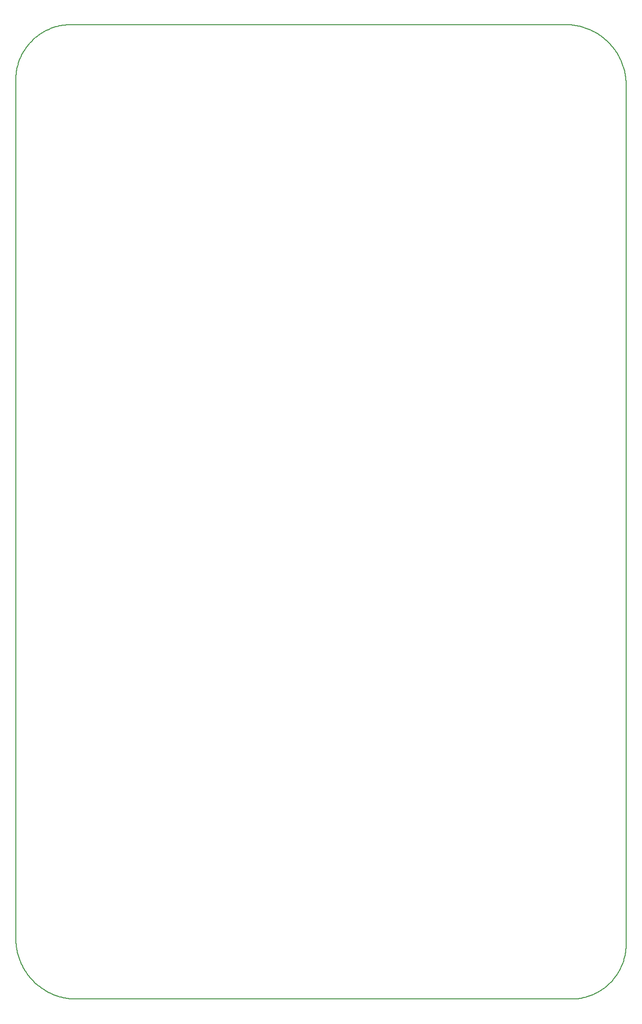
<source format=gko>
G04*
G04 #@! TF.GenerationSoftware,Altium Limited,Altium Designer,24.4.1 (13)*
G04*
G04 Layer_Color=16711935*
%FSLAX25Y25*%
%MOIN*%
G70*
G04*
G04 #@! TF.SameCoordinates,596A526C-B165-46D2-86D2-354CEF31AD50*
G04*
G04*
G04 #@! TF.FilePolarity,Positive*
G04*
G01*
G75*
%ADD22C,0.00787*%
D22*
X118110Y712598D02*
X117113Y712586D01*
X116116Y712548D01*
X115121Y712485D01*
X114127Y712396D01*
X113136Y712283D01*
X112148Y712144D01*
X111164Y711981D01*
X110185Y711793D01*
X109211Y711579D01*
X108242Y711342D01*
X107280Y711079D01*
X106324Y710793D01*
X105376Y710482D01*
X104437Y710148D01*
X103506Y709790D01*
X102584Y709408D01*
X101673Y709003D01*
X100772Y708575D01*
X99882Y708124D01*
X99004Y707651D01*
X98138Y707156D01*
X97285Y706639D01*
X96445Y706101D01*
X95619Y705542D01*
X94808Y704962D01*
X94011Y704361D01*
X93231Y703741D01*
X92466Y703101D01*
X91717Y702441D01*
X90986Y701763D01*
X90271Y701067D01*
X89575Y700353D01*
X88897Y699621D01*
X88238Y698873D01*
X87598Y698108D01*
X86977Y697327D01*
X86377Y696531D01*
X85797Y695719D01*
X85237Y694893D01*
X84699Y694054D01*
X84182Y693201D01*
X83687Y692335D01*
X83214Y691457D01*
X82764Y690567D01*
X82336Y689666D01*
X81931Y688754D01*
X81549Y687833D01*
X81191Y686902D01*
X80856Y685962D01*
X80546Y685014D01*
X80259Y684059D01*
X79997Y683097D01*
X79759Y682128D01*
X79546Y681153D01*
X79358Y680174D01*
X79194Y679190D01*
X79056Y678202D01*
X78942Y677211D01*
X78854Y676218D01*
X78791Y675222D01*
X78753Y674226D01*
X78740Y673228D01*
X78740Y59055D02*
X78752Y58055D01*
X78786Y57055D01*
X78844Y56056D01*
X78925Y55059D01*
X79029Y54064D01*
X79155Y53072D01*
X79305Y52083D01*
X79478Y51097D01*
X79673Y50116D01*
X79891Y49140D01*
X80131Y48169D01*
X80393Y47203D01*
X80678Y46245D01*
X80985Y45292D01*
X81314Y44348D01*
X81665Y43411D01*
X82037Y42482D01*
X82430Y41562D01*
X82845Y40652D01*
X83280Y39751D01*
X83737Y38861D01*
X84213Y37982D01*
X84710Y37113D01*
X85227Y36257D01*
X85763Y35412D01*
X86319Y34581D01*
X86894Y33762D01*
X87488Y32957D01*
X88099Y32165D01*
X88730Y31389D01*
X89378Y30626D01*
X90043Y29879D01*
X90725Y29148D01*
X91425Y28432D01*
X92140Y27733D01*
X92871Y27051D01*
X93619Y26385D01*
X94381Y25738D01*
X95158Y25107D01*
X95949Y24495D01*
X96754Y23902D01*
X97573Y23327D01*
X98405Y22771D01*
X99249Y22235D01*
X100106Y21718D01*
X100974Y21221D01*
X101853Y20744D01*
X102744Y20288D01*
X103644Y19853D01*
X104555Y19438D01*
X105474Y19045D01*
X106403Y18672D01*
X107340Y18322D01*
X108285Y17993D01*
X109237Y17686D01*
X110196Y17401D01*
X111161Y17139D01*
X112132Y16898D01*
X113109Y16681D01*
X114090Y16485D01*
X115075Y16313D01*
X116064Y16163D01*
X117057Y16037D01*
X118051Y15933D01*
X119049Y15852D01*
X120047Y15794D01*
X121047Y15760D01*
X122047Y15748D01*
X476378D02*
X477375Y15761D01*
X478372Y15799D01*
X479367Y15862D01*
X480361Y15950D01*
X481352Y16063D01*
X482340Y16202D01*
X483323Y16365D01*
X484303Y16554D01*
X485277Y16767D01*
X486246Y17005D01*
X487208Y17267D01*
X488164Y17553D01*
X489112Y17864D01*
X490051Y18199D01*
X490982Y18557D01*
X491904Y18939D01*
X492815Y19343D01*
X493716Y19771D01*
X494606Y20222D01*
X495484Y20695D01*
X496350Y21190D01*
X497203Y21707D01*
X498043Y22245D01*
X498869Y22805D01*
X499680Y23385D01*
X500476Y23985D01*
X501257Y24606D01*
X502022Y25246D01*
X502771Y25905D01*
X503502Y26583D01*
X504217Y27279D01*
X504913Y27993D01*
X505591Y28725D01*
X506250Y29473D01*
X506890Y30238D01*
X507511Y31019D01*
X508111Y31816D01*
X508691Y32627D01*
X509251Y33453D01*
X509789Y34292D01*
X510306Y35146D01*
X510801Y36011D01*
X511274Y36889D01*
X511724Y37779D01*
X512152Y38680D01*
X512557Y39592D01*
X512939Y40513D01*
X513297Y41444D01*
X513632Y42384D01*
X513942Y43332D01*
X514229Y44287D01*
X514491Y45249D01*
X514729Y46218D01*
X514942Y47192D01*
X515130Y48172D01*
X515294Y49156D01*
X515433Y50144D01*
X515546Y51135D01*
X515634Y52128D01*
X515697Y53123D01*
X515735Y54120D01*
X515748Y55117D01*
X515748Y669291D02*
X515736Y670292D01*
X515702Y671291D01*
X515644Y672290D01*
X515563Y673287D01*
X515459Y674282D01*
X515333Y675274D01*
X515183Y676264D01*
X515011Y677249D01*
X514815Y678230D01*
X514598Y679206D01*
X514357Y680177D01*
X514095Y681143D01*
X513810Y682102D01*
X513503Y683054D01*
X513174Y683998D01*
X512824Y684936D01*
X512452Y685864D01*
X512058Y686784D01*
X511643Y687694D01*
X511208Y688595D01*
X510752Y689485D01*
X510275Y690365D01*
X509778Y691233D01*
X509262Y692089D01*
X508725Y692934D01*
X508169Y693765D01*
X507594Y694584D01*
X507001Y695389D01*
X506389Y696181D01*
X505759Y696958D01*
X505111Y697720D01*
X504446Y698467D01*
X503763Y699198D01*
X503064Y699914D01*
X502348Y700613D01*
X501617Y701295D01*
X500870Y701961D01*
X500108Y702609D01*
X499331Y703239D01*
X498540Y703851D01*
X497734Y704444D01*
X496916Y705019D01*
X496084Y705575D01*
X495240Y706111D01*
X494383Y706628D01*
X493515Y707125D01*
X492635Y707602D01*
X491745Y708058D01*
X490844Y708494D01*
X489934Y708908D01*
X489014Y709302D01*
X488086Y709674D01*
X487149Y710024D01*
X486204Y710353D01*
X485252Y710660D01*
X484293Y710945D01*
X483328Y711208D01*
X482357Y711448D01*
X481380Y711666D01*
X480399Y711861D01*
X479414Y712033D01*
X478425Y712183D01*
X477432Y712310D01*
X476438Y712414D01*
X475440Y712494D01*
X474442Y712552D01*
X473442Y712587D01*
X472442Y712598D01*
X472441D01*
X78740Y59055D02*
Y673228D01*
X122047Y15748D02*
X476378D01*
X515748Y55118D02*
Y669291D01*
X118110Y712598D02*
X472441D01*
M02*

</source>
